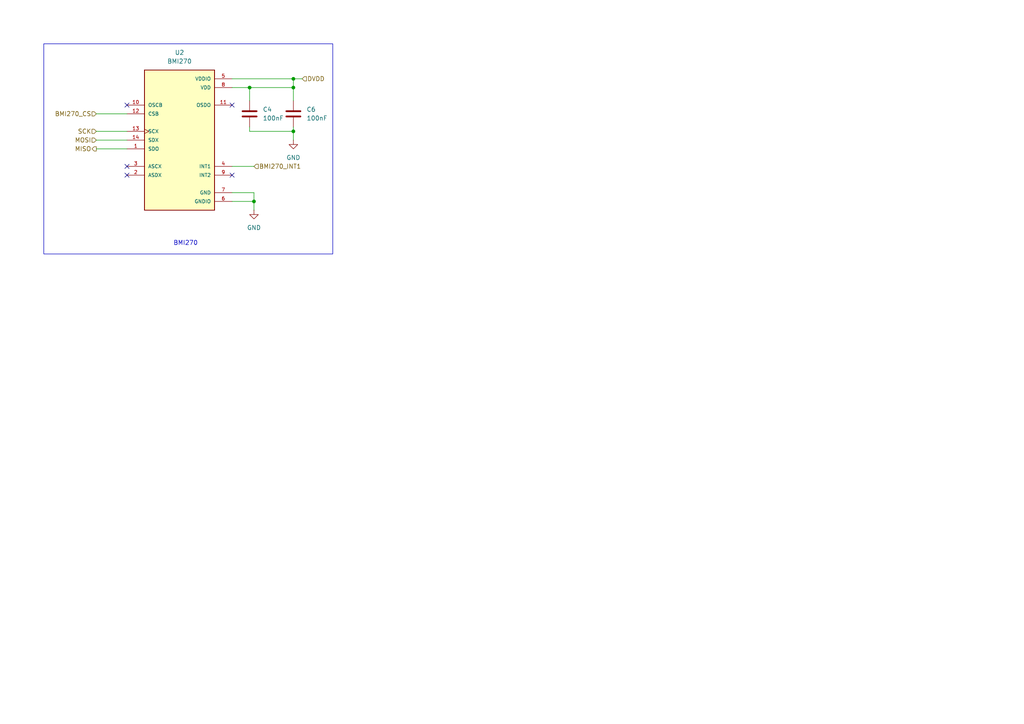
<source format=kicad_sch>
(kicad_sch (version 20231120) (generator "eeschema") (generator_version "8.0")
  (paper "A4")
  (lib_symbols
    (symbol "BMI270:BMI270" (pin_names (offset 1.016))
      (property "Reference" "U" (at -10.16 21.082 0))
      (property "Value" "BMI270" (at -10.16 -22.86 0))
      (symbol "BMI270_0_0"
        (rectangle (start -10.16 -20.32) (end 10.16 20.32) (stroke (width 0.254)) (fill (type background)))
        (pin bidirectional line (at -15.24 -2.54 0) (length 5.08) (name "SDO") (number "1"))
        (pin input line (at -15.24 10.16 0) (length 5.08) (name "OSCB") (number "10"))
        (pin output line (at 15.24 10.16 180) (length 5.08) (name "OSDO") (number "11"))
        (pin input line (at -15.24 7.62 0) (length 5.08) (name "CSB") (number "12"))
        (pin input clock (at -15.24 2.54 0) (length 5.08) (name "SCX") (number "13"))
        (pin bidirectional line (at -15.24 0 0) (length 5.08) (name "SDX") (number "14"))
        (pin bidirectional line (at -15.24 -10.16 0) (length 5.08) (name "ASDX") (number "2"))
        (pin bidirectional line (at -15.24 -7.62 0) (length 5.08) (name "ASCX") (number "3"))
        (pin bidirectional line (at 15.24 -7.62 180) (length 5.08) (name "INT1") (number "4"))
        (pin power_in line (at 15.24 17.78 180) (length 5.08) (name "VDDIO") (number "5"))
        (pin power_in line (at 15.24 -17.78 180) (length 5.08) (name "GNDIO") (number "6"))
        (pin power_in line (at 15.24 -15.24 180) (length 5.08) (name "GND") (number "7"))
        (pin power_in line (at 15.24 15.24 180) (length 5.08) (name "VDD") (number "8"))
        (pin bidirectional line (at 15.24 -10.16 180) (length 5.08) (name "INT2") (number "9"))
      )
    )
    (symbol "Device:C" (pin_numbers hide) (pin_names (offset 0.254))
      (property "Reference" "C" (at 0.635 2.54 0))
      (property "Value" "C" (at 0.635 -2.54 0))
      (symbol "C_0_1"
        (polyline (pts (xy -2.032 -0.762) (xy 2.032 -0.762)) (stroke (width 0.508)))
        (polyline (pts (xy -2.032 0.762) (xy 2.032 0.762)) (stroke (width 0.508)))
      )
      (symbol "C_1_1"
        (pin passive line (at 0 3.81 270) (length 2.794) (name "~") (number "1"))
        (pin passive line (at 0 -3.81 90) (length 2.794) (name "~") (number "2"))
      )
    )
    (symbol "power:GND" (power) (pin_numbers hide) (pin_names (offset 0) hide)
      (property "Value" "GND" (at 0 -3.81 0))
      (symbol "GND_0_1"
        (polyline (pts (xy 0 0) (xy 0 -1.27) (xy 1.27 -1.27) (xy 0 -2.54) (xy -1.27 -1.27) (xy 0 -1.27)))
      )
      (symbol "GND_1_1"
        (pin power_in line (at 0 0 270) (length 0) (name "~") (number "1"))
      )
    )
  )
  (junction (at 85.09 22.86))
  (junction (at 72.39 25.4))
  (junction (at 85.09 25.4))
  (junction (at 73.66 58.42))
  (junction (at 85.09 38.1))
  (no_connect (at 36.83 30.48))
  (no_connect (at 67.31 30.48))
  (no_connect (at 36.83 50.8))
  (no_connect (at 36.83 48.26))
  (no_connect (at 67.31 50.8))
  (wire (pts (xy 73.66 55.88) (xy 73.66 58.42)))
  (wire (pts (xy 72.39 25.4) (xy 72.39 29.21)))
  (wire (pts (xy 85.09 38.1) (xy 85.09 40.64)))
  (wire (pts (xy 85.09 36.83) (xy 85.09 38.1)))
  (wire (pts (xy 67.31 48.26) (xy 73.66 48.26)))
  (wire (pts (xy 85.09 22.86) (xy 87.63 22.86)))
  (wire (pts (xy 67.31 58.42) (xy 73.66 58.42)))
  (wire (pts (xy 72.39 36.83) (xy 72.39 38.1)))
  (wire (pts (xy 27.94 33.02) (xy 36.83 33.02)))
  (wire (pts (xy 67.31 22.86) (xy 85.09 22.86)))
  (wire (pts (xy 85.09 25.4) (xy 85.09 29.21)))
  (wire (pts (xy 72.39 38.1) (xy 85.09 38.1)))
  (wire (pts (xy 27.94 38.1) (xy 36.83 38.1)))
  (wire (pts (xy 73.66 58.42) (xy 73.66 60.96)))
  (wire (pts (xy 27.94 43.18) (xy 36.83 43.18)))
  (wire (pts (xy 67.31 55.88) (xy 73.66 55.88)))
  (wire (pts (xy 27.94 40.64) (xy 36.83 40.64)))
  (wire (pts (xy 72.39 25.4) (xy 67.31 25.4)))
  (wire (pts (xy 72.39 25.4) (xy 85.09 25.4)))
  (wire (pts (xy 85.09 22.86) (xy 85.09 25.4)))
  (rectangle (start 12.7 12.7) (end 96.52 73.66))
  (text "BMI270" (at 53.848 70.612 0) (effects (font (size 1.27 1.27))))
  (hierarchical_label "BMI270_CS" (shape input) (at 27.94 33.02 180))
  (hierarchical_label "MOSI" (shape input) (at 27.94 40.64 180))
  (hierarchical_label "BMI270_INT1" (shape input) (at 73.66 48.26 0))
  (hierarchical_label "MISO" (shape output) (at 27.94 43.18 180))
  (hierarchical_label "DVDD" (shape input) (at 87.63 22.86 0))
  (hierarchical_label "SCK" (shape input) (at 27.94 38.1 180))
  (symbol (lib_id "Device:C") (at 72.39 33.02 0) (unit 1)
    (property "Reference" "C4" (at 76.2 31.7499 0) (effects (justify left)))
    (property "Value" "100nF" (at 76.2 34.2899 0) (effects (justify left)))
    (property "Footprint" "Capacitor_SMD:C_0402_1005Metric" (effects (hide yes)))
    (property "Description" "16V 100nF X7R ±10% 0402  Multilayer Ceramic Capacitors MLCC - SMD/SMT ROHS" (effects (hide yes)))
    (property "Type" "Surface Mount " (effects (hide yes)))
    (property "Package" "0402 (1005 Metric)" (effects (hide yes)))
    (property "MANUFACTURER" "Murata Electronics" (effects (hide yes)))
    (property "MANUFACTURER_PART_NUMBER" "GRM155R71C104KA88D" (effects (hide yes)))
  )
  (symbol (lib_id "power:GND") (at 85.09 40.64 0) (unit 1)
    (property "Reference" "#PWR08" (effects (hide yes)))
    (property "Value" "GND" (at 85.09 45.72 0))
    (property "Description" "Power symbol creates a global label with name \"GND\" , ground" (effects (hide yes)))
  )
  (symbol (lib_id "power:GND") (at 73.66 60.96 0) (unit 1)
    (property "Reference" "#PWR06" (effects (hide yes)))
    (property "Value" "GND" (at 73.66 66.04 0))
    (property "Description" "Power symbol creates a global label with name \"GND\" , ground" (effects (hide yes)))
  )
  (symbol (lib_id "Device:C") (at 85.09 33.02 0) (unit 1)
    (property "Reference" "C6" (at 88.9 31.7499 0) (effects (justify left)))
    (property "Value" "100nF" (at 88.9 34.2899 0) (effects (justify left)))
    (property "Footprint" "Capacitor_SMD:C_0402_1005Metric" (effects (hide yes)))
    (property "Description" "16V 100nF X7R ±10% 0402  Multilayer Ceramic Capacitors MLCC - SMD/SMT ROHS" (effects (hide yes)))
    (property "Type" "Surface Mount " (effects (hide yes)))
    (property "Package" "0402 (1005 Metric)" (effects (hide yes)))
    (property "MANUFACTURER" "Murata Electronics" (effects (hide yes)))
    (property "MANUFACTURER_PART_NUMBER" "GRM155R71C104KA88D" (effects (hide yes)))
  )
  (symbol (lib_id "BMI270:BMI270") (at 52.07 40.64 0) (unit 1)
    (property "Reference" "U2" (at 52.07 15.24 0))
    (property "Value" "BMI270" (at 52.07 17.78 0))
    (property "Footprint" "BMI270:XDCR_BMI270" (effects (hide yes)))
    (property "Description" "Attitude Sensor/Gyroscope" (effects (hide yes)))
    (property "PATREV" "1.0" (effects (hide yes)))
    (property "MF" "Bosch Sensortec" (effects (hide yes)))
    (property "MAXIMUM_PACKAGE_HEIGHT" "0.87mm" (effects (hide yes)))
    (property "Package" "LGA-14" (effects (hide yes)))
    (property "Price" "None" (effects (hide yes)))
    (property "Check_prices" "https://www.snapeda.com/parts/BMI270/Bosch+Sensortec/view-part/?ref=eda" (effects (hide yes)))
    (property "STANDARD" "Manufacturer Recommendations" (effects (hide yes)))
    (property "SnapEDA_Link" "https://www.snapeda.com/parts/BMI270/Bosch+Sensortec/view-part/?ref=snap" (effects (hide yes)))
    (property "MP" "BMI270" (effects (hide yes)))
    (property "Purchase-URL" "https://www.snapeda.com/api/url_track_click_mouser/?unipart_id=3595167&manufacturer=Bosch Sensortec&part_name=BMI270&search_term=bmi270" (effects (hide yes)))
    (property "Description_1" "\nAccelerometer, Gyroscope, 6 Axis Sensor I2C, SPI Output\n" (effects (hide yes)))
    (property "Availability" "In Stock" (effects (hide yes)))
    (property "MANUFACTURER" "Bosch Sensortec" (effects (hide yes)))
    (property "Type" "Surface Mount " (effects (hide yes)))
    (property "MANUFACTURER_PART_NUMBER" "BMI270" (effects (hide yes)))
  )
)
</source>
